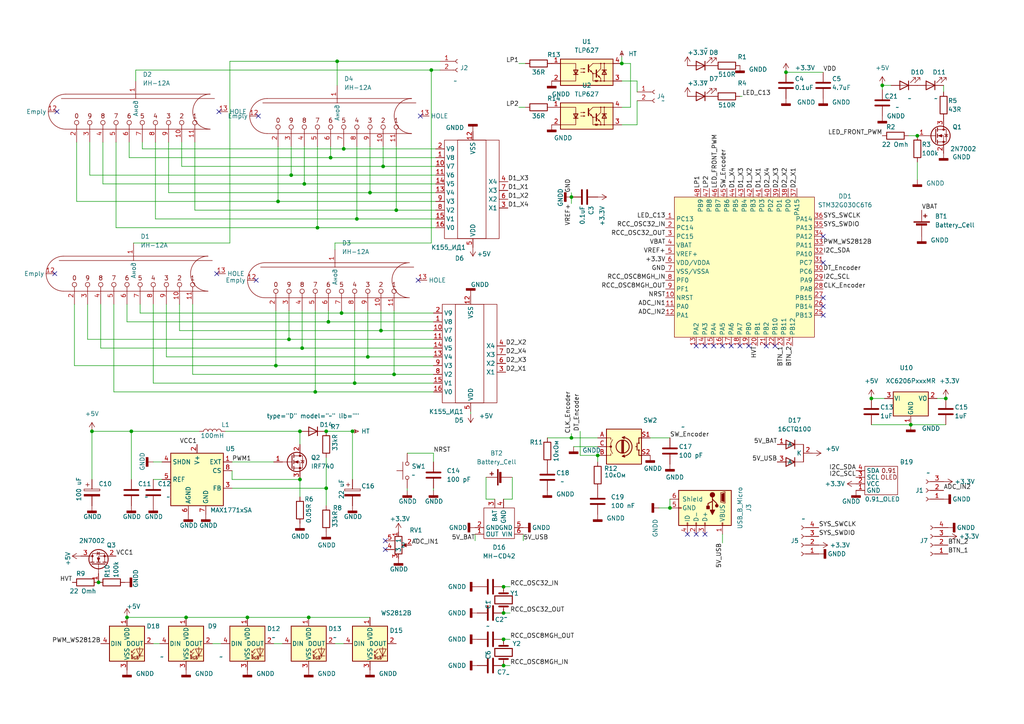
<source format=kicad_sch>
(kicad_sch (version 20211123) (generator eeschema)
  (paper "A4")
  (junction (at 107.315 55.88))
  (junction (at 180.34 18.415))
  (junction (at 97.79 17.78))
  (junction (at 84.455 50.8))
  (junction (at 89.535 179.07))
  (junction (at 102.235 125.095))
  (junction (at 114.935 60.96))
  (junction (at 111.125 48.26))
  (junction (at 102.87 111.125))
  (junction (at 28.575 168.91))
  (junction (at 99.695 43.18))
  (junction (at 103.505 63.5))
  (junction (at 87.63 100.965))
  (junction (at 227.965 20.955))
  (junction (at 99.06 90.805))
  (junction (at 88.265 53.34))
  (junction (at 194.31 147.32))
  (junction (at 86.995 139.065))
  (junction (at 94.615 125.095))
  (junction (at 95.25 93.345))
  (junction (at 125.095 20.32))
  (junction (at 80.645 58.42))
  (junction (at 110.49 95.885))
  (junction (at 95.885 45.72))
  (junction (at 146.05 177.8))
  (junction (at 86.995 125.095))
  (junction (at 173.355 132.08))
  (junction (at 91.44 113.665))
  (junction (at 26.67 125.095))
  (junction (at 264.16 123.19))
  (junction (at 38.1 125.095))
  (junction (at 36.83 179.07))
  (junction (at 94.615 141.605))
  (junction (at 80.01 106.045))
  (junction (at 165.735 127))
  (junction (at 106.68 103.505))
  (junction (at 252.73 115.57))
  (junction (at 83.82 98.425))
  (junction (at 92.075 66.04))
  (junction (at 114.3 108.585))
  (junction (at 146.05 185.42))
  (junction (at 53.975 179.07))
  (junction (at 146.05 170.18))
  (junction (at 165.735 57.15))
  (junction (at 255.905 24.765))
  (junction (at 274.32 115.57))
  (junction (at 266.065 39.37))
  (junction (at 71.755 179.07))
  (junction (at 146.05 193.04))
  (no_connect (at 238.76 76.2))
  (no_connect (at 121.92 33.655))
  (no_connect (at 238.76 88.9))
  (no_connect (at 74.295 81.28))
  (no_connect (at 201.93 100.33))
  (no_connect (at 74.93 33.655))
  (no_connect (at 204.47 154.94))
  (no_connect (at 121.285 81.28))
  (no_connect (at 224.79 100.33))
  (no_connect (at 212.09 100.33))
  (no_connect (at 62.865 79.375))
  (no_connect (at 201.93 154.94))
  (no_connect (at 207.01 100.33))
  (no_connect (at 111.76 159.385))
  (no_connect (at 238.76 91.44))
  (no_connect (at 238.76 68.58))
  (no_connect (at 217.17 100.33))
  (no_connect (at 204.47 100.33))
  (no_connect (at 63.5 32.385))
  (no_connect (at 222.25 100.33))
  (no_connect (at 199.39 154.94))
  (no_connect (at 16.51 32.385))
  (no_connect (at 214.63 100.33))
  (no_connect (at 15.875 79.375))
  (no_connect (at 111.76 156.845))
  (no_connect (at 209.55 100.33))
  (no_connect (at 238.76 86.36))
  (wire (pts (xy 26.67 125.095) (xy 26.67 139.065)))
  (wire (pts (xy 29.21 100.965) (xy 29.21 88.265)))
  (wire (pts (xy 67.31 139.065) (xy 86.995 139.065)))
  (wire (pts (xy 95.885 45.72) (xy 95.885 42.545)))
  (wire (pts (xy 33.655 41.275) (xy 33.655 66.04)))
  (wire (pts (xy 88.265 53.34) (xy 29.845 53.34)))
  (wire (pts (xy 48.895 55.88) (xy 48.895 41.275)))
  (wire (pts (xy 99.06 90.805) (xy 99.06 90.17)))
  (wire (pts (xy 102.87 111.125) (xy 44.45 111.125)))
  (wire (pts (xy 97.155 70.485) (xy 97.155 72.39)))
  (wire (pts (xy 53.975 179.07) (xy 71.755 179.07)))
  (wire (pts (xy 80.645 42.545) (xy 80.645 58.42)))
  (wire (pts (xy 255.905 24.765) (xy 258.445 24.765)))
  (wire (pts (xy 194.31 147.32) (xy 191.135 147.32)))
  (wire (pts (xy 126.365 48.26) (xy 111.125 48.26)))
  (wire (pts (xy 66.675 70.485) (xy 38.735 70.485)))
  (wire (pts (xy 88.265 53.34) (xy 88.265 42.545)))
  (wire (pts (xy 125.73 111.125) (xy 102.87 111.125)))
  (wire (pts (xy 95.885 45.72) (xy 37.465 45.72)))
  (wire (pts (xy 147.955 193.04) (xy 146.05 193.04)))
  (wire (pts (xy 136.525 119.38) (xy 136.525 120.015)))
  (wire (pts (xy 91.44 113.665) (xy 33.02 113.665)))
  (wire (pts (xy 114.935 60.96) (xy 114.935 42.545)))
  (wire (pts (xy 38.1 125.095) (xy 57.785 125.095)))
  (wire (pts (xy 263.525 39.37) (xy 266.065 39.37)))
  (wire (pts (xy 252.73 115.57) (xy 256.54 115.57)))
  (wire (pts (xy 52.705 48.26) (xy 52.705 41.275)))
  (wire (pts (xy 37.465 45.72) (xy 37.465 41.275)))
  (wire (pts (xy 126.365 63.5) (xy 103.505 63.5)))
  (wire (pts (xy 137.795 156.845) (xy 137.795 154.94)))
  (wire (pts (xy 99.695 43.18) (xy 41.275 43.18)))
  (wire (pts (xy 26.035 50.8) (xy 26.035 41.275)))
  (wire (pts (xy 125.73 141.605) (xy 125.73 142.24)))
  (wire (pts (xy 125.73 113.665) (xy 91.44 113.665)))
  (wire (pts (xy 126.365 53.34) (xy 88.265 53.34)))
  (wire (pts (xy 84.455 50.8) (xy 26.035 50.8)))
  (wire (pts (xy 126.365 58.42) (xy 80.645 58.42)))
  (wire (pts (xy 111.125 48.26) (xy 52.705 48.26)))
  (wire (pts (xy 83.82 98.425) (xy 83.82 90.17)))
  (wire (pts (xy 126.365 55.88) (xy 107.315 55.88)))
  (wire (pts (xy 44.45 133.985) (xy 46.99 133.985)))
  (wire (pts (xy 91.44 90.17) (xy 91.44 113.665)))
  (wire (pts (xy 148.59 144.78) (xy 148.59 138.43)))
  (wire (pts (xy 61.595 186.69) (xy 64.135 186.69)))
  (wire (pts (xy 95.25 93.345) (xy 36.83 93.345)))
  (wire (pts (xy 180.34 16.51) (xy 180.34 18.415)))
  (wire (pts (xy 126.365 50.8) (xy 84.455 50.8)))
  (wire (pts (xy 264.16 123.19) (xy 274.32 123.19)))
  (wire (pts (xy 126.365 45.72) (xy 95.885 45.72)))
  (wire (pts (xy 80.01 90.17) (xy 80.01 106.045)))
  (wire (pts (xy 271.78 115.57) (xy 274.32 115.57)))
  (wire (pts (xy 102.87 111.125) (xy 102.87 90.17)))
  (wire (pts (xy 67.31 136.525) (xy 67.31 139.065)))
  (wire (pts (xy 103.505 63.5) (xy 103.505 42.545)))
  (wire (pts (xy 147.955 177.8) (xy 146.05 177.8)))
  (wire (pts (xy 67.31 133.985) (xy 79.375 133.985)))
  (wire (pts (xy 146.05 144.78) (xy 148.59 144.78)))
  (wire (pts (xy 168.275 125.095) (xy 168.275 132.08)))
  (wire (pts (xy 118.11 141.605) (xy 118.11 142.24)))
  (wire (pts (xy 94.615 141.605) (xy 94.615 146.685)))
  (wire (pts (xy 182.88 31.115) (xy 182.88 18.415)))
  (wire (pts (xy 33.02 88.265) (xy 33.02 113.665)))
  (wire (pts (xy 125.73 90.805) (xy 99.06 90.805)))
  (wire (pts (xy 125.73 93.345) (xy 95.25 93.345)))
  (wire (pts (xy 180.34 23.495) (xy 184.785 23.495)))
  (wire (pts (xy 188.595 127) (xy 194.31 127)))
  (wire (pts (xy 26.67 125.095) (xy 38.1 125.095)))
  (wire (pts (xy 182.88 18.415) (xy 180.34 18.415)))
  (wire (pts (xy 114.3 108.585) (xy 55.88 108.585)))
  (wire (pts (xy 44.45 186.69) (xy 46.355 186.69)))
  (wire (pts (xy 22.225 58.42) (xy 22.225 41.275)))
  (wire (pts (xy 41.275 43.18) (xy 41.275 41.275)))
  (wire (pts (xy 106.68 103.505) (xy 106.68 90.17)))
  (wire (pts (xy 39.37 20.32) (xy 39.37 23.495)))
  (wire (pts (xy 125.73 95.885) (xy 110.49 95.885)))
  (wire (pts (xy 48.26 103.505) (xy 48.26 88.265)))
  (wire (pts (xy 165.735 59.055) (xy 165.735 57.15)))
  (wire (pts (xy 36.83 179.07) (xy 53.975 179.07)))
  (wire (pts (xy 71.755 179.07) (xy 89.535 179.07)))
  (wire (pts (xy 165.735 125.73) (xy 165.735 127)))
  (wire (pts (xy 125.095 20.32) (xy 127.635 20.32)))
  (wire (pts (xy 86.995 125.095) (xy 86.995 128.905)))
  (wire (pts (xy 99.695 43.18) (xy 99.695 42.545)))
  (wire (pts (xy 158.75 127) (xy 165.735 127)))
  (wire (pts (xy 84.455 50.8) (xy 84.455 42.545)))
  (wire (pts (xy 184.785 23.495) (xy 184.785 26.67)))
  (wire (pts (xy 147.955 185.42) (xy 146.05 185.42)))
  (wire (pts (xy 152.4 18.415) (xy 150.495 18.415)))
  (wire (pts (xy 52.07 95.885) (xy 52.07 88.265)))
  (wire (pts (xy 38.1 125.095) (xy 38.1 139.065)))
  (wire (pts (xy 56.515 60.96) (xy 56.515 41.275)))
  (wire (pts (xy 125.73 131.445) (xy 118.11 131.445)))
  (wire (pts (xy 44.45 139.065) (xy 46.99 139.065)))
  (wire (pts (xy 80.01 106.045) (xy 21.59 106.045)))
  (wire (pts (xy 94.615 132.715) (xy 94.615 141.605)))
  (wire (pts (xy 45.085 63.5) (xy 45.085 41.275)))
  (wire (pts (xy 125.73 108.585) (xy 114.3 108.585)))
  (wire (pts (xy 107.315 55.88) (xy 48.895 55.88)))
  (wire (pts (xy 89.535 179.07) (xy 107.315 179.07)))
  (wire (pts (xy 125.73 133.985) (xy 125.73 131.445)))
  (wire (pts (xy 87.63 100.965) (xy 29.21 100.965)))
  (wire (pts (xy 255.905 26.035) (xy 255.905 24.765)))
  (wire (pts (xy 111.125 48.26) (xy 111.125 42.545)))
  (wire (pts (xy 125.095 70.485) (xy 97.155 70.485)))
  (wire (pts (xy 39.37 20.32) (xy 125.095 20.32)))
  (wire (pts (xy 125.73 100.965) (xy 87.63 100.965)))
  (wire (pts (xy 110.49 95.885) (xy 110.49 90.17)))
  (wire (pts (xy 126.365 66.04) (xy 92.075 66.04)))
  (wire (pts (xy 114.935 60.96) (xy 56.515 60.96)))
  (wire (pts (xy 151.765 156.845) (xy 151.765 154.94)))
  (wire (pts (xy 166.37 129.54) (xy 173.355 129.54)))
  (wire (pts (xy 126.365 43.18) (xy 99.695 43.18)))
  (wire (pts (xy 87.63 100.965) (xy 87.63 90.17)))
  (wire (pts (xy 92.075 42.545) (xy 92.075 66.04)))
  (wire (pts (xy 97.155 186.69) (xy 99.695 186.69)))
  (wire (pts (xy 114.3 108.585) (xy 114.3 90.17)))
  (wire (pts (xy 95.25 93.345) (xy 95.25 90.17)))
  (wire (pts (xy 83.82 98.425) (xy 25.4 98.425)))
  (wire (pts (xy 29.845 53.34) (xy 29.845 41.275)))
  (wire (pts (xy 273.685 24.765) (xy 273.685 26.67)))
  (wire (pts (xy 65.405 125.095) (xy 86.995 125.095)))
  (wire (pts (xy 86.995 144.145) (xy 86.995 139.065)))
  (wire (pts (xy 184.785 36.195) (xy 180.34 36.195)))
  (wire (pts (xy 125.73 98.425) (xy 83.82 98.425)))
  (wire (pts (xy 36.83 93.345) (xy 36.83 88.265)))
  (wire (pts (xy 97.79 17.78) (xy 66.675 17.78)))
  (wire (pts (xy 252.73 123.19) (xy 264.16 123.19)))
  (wire (pts (xy 21.59 106.045) (xy 21.59 88.265)))
  (wire (pts (xy 125.73 106.045) (xy 80.01 106.045)))
  (wire (pts (xy 126.365 60.96) (xy 114.935 60.96)))
  (wire (pts (xy 215.265 27.94) (xy 214.63 27.94)))
  (wire (pts (xy 152.4 31.115) (xy 150.495 31.115)))
  (wire (pts (xy 180.34 31.115) (xy 182.88 31.115)))
  (wire (pts (xy 94.615 125.095) (xy 102.235 125.095)))
  (wire (pts (xy 227.965 20.955) (xy 238.76 20.955)))
  (wire (pts (xy 107.315 55.88) (xy 107.315 42.545)))
  (wire (pts (xy 106.68 103.505) (xy 48.26 103.505)))
  (wire (pts (xy 209.55 157.48) (xy 209.55 154.94)))
  (wire (pts (xy 102.235 139.065) (xy 102.235 125.095)))
  (wire (pts (xy 194.31 144.78) (xy 194.31 147.32)))
  (wire (pts (xy 140.97 144.78) (xy 143.51 144.78)))
  (wire (pts (xy 173.355 133.985) (xy 173.355 132.08)))
  (wire (pts (xy 80.645 58.42) (xy 22.225 58.42)))
  (wire (pts (xy 110.49 95.885) (xy 52.07 95.885)))
  (wire (pts (xy 44.45 111.125) (xy 44.45 88.265)))
  (wire (pts (xy 147.955 170.18) (xy 146.05 170.18)))
  (wire (pts (xy 66.675 17.78) (xy 66.675 70.485)))
  (wire (pts (xy 165.735 127) (xy 173.355 127)))
  (wire (pts (xy 103.505 63.5) (xy 45.085 63.5)))
  (wire (pts (xy 184.785 29.21) (xy 184.785 36.195)))
  (wire (pts (xy 97.79 17.78) (xy 127.635 17.78)))
  (wire (pts (xy 125.095 20.32) (xy 125.095 70.485)))
  (wire (pts (xy 79.375 186.69) (xy 81.915 186.69)))
  (wire (pts (xy 125.73 103.505) (xy 106.68 103.505)))
  (wire (pts (xy 40.64 90.805) (xy 40.64 88.265)))
  (wire (pts (xy 165.735 55.88) (xy 165.735 57.15)))
  (wire (pts (xy 266.065 46.99) (xy 266.065 52.07)))
  (wire (pts (xy 97.79 17.78) (xy 97.79 24.765)))
  (wire (pts (xy 67.31 141.605) (xy 94.615 141.605)))
  (wire (pts (xy 55.88 108.585) (xy 55.88 88.265)))
  (wire (pts (xy 92.075 66.04) (xy 33.655 66.04)))
  (wire (pts (xy 99.06 90.805) (xy 40.64 90.805)))
  (wire (pts (xy 140.97 138.43) (xy 140.97 144.78)))
  (wire (pts (xy 25.4 98.425) (xy 25.4 88.265)))
  (wire (pts (xy 168.275 132.08) (xy 173.355 132.08)))
  (label "D1_X1" (at 147.32 55.245 0))
  (label "+3.3V" (at 193.04 76.2 180))
  (label "D2_X3" (at 146.685 105.41 0))
  (label "ADC_IN1" (at 193.04 88.9 180))
  (label "LP2" (at 205.74 54.61 90))
  (label "LP1" (at 150.495 18.415 180))
  (label "D1_X1" (at 220.98 54.61 90))
  (label "D2_X2" (at 146.685 100.33 0))
  (label "5V_BAT" (at 225.425 128.905 180))
  (label "LP2" (at 150.495 31.115 180))
  (label "NRST" (at 193.04 86.36 180))
  (label "NRST" (at 125.73 131.445 0))
  (label "SYS_SWCLK" (at 237.49 153.035 0))
  (label "ADC_IN2" (at 193.04 91.44 180))
  (label "SW_Encoder" (at 210.82 54.61 90))
  (label "D2_X4" (at 146.685 102.87 0))
  (label "ADC_IN2" (at 273.685 142.24 0))
  (label "D1_X2" (at 218.44 54.61 90))
  (label "D1_X4" (at 213.36 54.61 90))
  (label "RCC_OSC32_IN" (at 193.04 66.04 180))
  (label "LED_C13" (at 193.04 63.5 180))
  (label "RCC_OSC8MGH_IN" (at 147.955 193.04 0))
  (label "DT_Encoder" (at 238.76 78.74 0))
  (label "PWM1" (at 67.31 133.985 0))
  (label "D1_X2" (at 147.32 57.785 0))
  (label "D1_X3" (at 215.9 54.61 90))
  (label "I2C_SDA" (at 238.76 73.66 0))
  (label "VCC1" (at 33.655 161.29 0))
  (label "D2_X4" (at 223.52 54.61 90))
  (label "RCC_OSC8MGH_IN" (at 193.04 81.28 180))
  (label "I2C_SDA" (at 248.285 136.525 180))
  (label "ADC_IN1" (at 119.38 158.115 0))
  (label "GND" (at 193.04 78.74 180))
  (label "D2_X3" (at 226.06 54.61 90))
  (label "D2_X2" (at 228.6 54.61 90))
  (label "SYS_SWCLK" (at 238.76 63.5 0))
  (label "BTN_1" (at 274.955 160.655 0))
  (label "I2C_SCL" (at 248.285 138.43 180))
  (label "HVT" (at 219.71 100.33 270))
  (label "VBAT" (at 267.335 60.96 0))
  (label "LED_C13" (at 215.265 27.94 0))
  (label "5V_USB" (at 225.425 133.985 180))
  (label "LED_FRONT_PWM" (at 255.905 39.37 180))
  (label "BTN_1" (at 227.33 100.33 270))
  (label "D1_X4" (at 147.32 60.325 0))
  (label "5V_USB" (at 151.765 156.845 0))
  (label "5V_USB" (at 209.55 157.48 270))
  (label "BTN_2" (at 229.87 100.33 270))
  (label "RCC_OSC32_OUT" (at 147.955 177.8 0))
  (label "RCC_OSC8MGH_OUT" (at 147.955 185.42 0))
  (label "HVT" (at 20.955 168.91 180))
  (label "RCC_OSC32_OUT" (at 193.04 68.58 180))
  (label "PWM_WS2812B" (at 238.76 71.12 0))
  (label "GND" (at 165.735 55.88 90))
  (label "I2C_SCL" (at 238.76 81.28 0))
  (label "SW_Encoder" (at 194.31 127 0))
  (label "LED_FRONT_PWM" (at 208.28 54.61 90))
  (label "DT_Encoder" (at 168.275 125.095 90))
  (label "SYS_SWDIO" (at 237.49 155.575 0))
  (label "LP1" (at 203.2 54.61 90))
  (label "VREF+" (at 165.735 59.055 270))
  (label "D2_X1" (at 146.685 107.95 0))
  (label "VCC1" (at 57.15 128.905 180))
  (label "RCC_OSC8MGH_OUT" (at 193.04 83.82 180))
  (label "VREF+" (at 193.04 73.66 180))
  (label "SYS_SWDIO" (at 238.76 66.04 0))
  (label "CLK_Encoder" (at 165.735 125.73 90))
  (label "CLK_Encoder" (at 238.76 83.82 0))
  (label "VDD" (at 238.76 20.955 0))
  (label "D2_X1" (at 231.14 54.61 90))
  (label "D1_X3" (at 147.32 52.705 0))
  (label "BTN_2" (at 274.955 158.115 0))
  (label "5V_BAT" (at 137.795 156.845 180))
  (label "PWM_WS2812B" (at 29.21 186.69 180))
  (label "RCC_OSC32_IN" (at 147.955 170.18 0))
  (label "VBAT" (at 193.04 71.12 180))
  (symbol (lib_id "Device:C") (at 125.73 137.795 0) (unit 1)
    (property "Reference" "C14" (at 129.54 136.5249 0) (effects (justify left)))
    (property "Value" "100 pF" (at 129.54 139.0649 0) (effects (justify left)))
    (property "Footprint" "Capacitor_SMD:C_1206_3216Metric" (effects hide))
  )
  (symbol (lib_id "Device:C") (at 38.1 142.875 0) (unit 1)
    (property "Reference" "C11" (at 40.005 140.335 0) (effects (justify left)))
    (property "Value" "~" (at 41.91 144.1449 0) (effects (justify left)))
    (property "Footprint" "Capacitor_SMD:C_1206_3216Metric" (effects hide))
  )
  (symbol (lib_id "power:+5V") (at 136.525 120.015 180) (unit 1)
    (property "Reference" "#PWR0133" (effects hide))
    (property "Value" "+5V" (at 140.97 120.65 0))
  )
  (symbol (lib_id "power:GNDD") (at 273.685 144.78 90) (unit 1)
    (property "Reference" "#PWR0162" (effects hide))
    (property "Value" "GNDD" (at 276.225 144.78 90) (effects (justify right)))
  )
  (symbol (lib_id "power:GNDD") (at 89.535 194.31 0) (unit 1)
    (property "Reference" "#PWR0154" (effects hide))
    (property "Value" "GNDD" (at 92.075 195.3894 0) (effects (justify left)))
  )
  (symbol (lib_id "Device:R") (at 156.21 18.415 90) (unit 1)
    (property "Reference" "R13" (at 160.655 15.875 90))
    (property "Value" "36R" (at 156.21 20.955 90))
    (property "Footprint" "Resistor_SMD:R_1206_3216Metric" (effects hide))
  )
  (symbol (lib_id "power:GNDD") (at 137.795 153.035 270) (unit 1)
    (property "Reference" "#PWR0158" (effects hide))
    (property "Value" "GNDD" (at 130.175 153.035 90) (effects (justify left)))
  )
  (symbol (lib_id "Switch:SW_Push") (at 118.11 136.525 90) (unit 1)
    (property "Reference" "SW1" (at 119.38 135.2549 90) (effects (justify right)))
    (property "Value" "~" (at 119.38 137.7949 90) (effects (justify right)))
    (property "Footprint" "Button_Switch_SMD:SW_SPST_FSMSM" (effects hide))
  )
  (symbol (lib_id "power:GNDD") (at 71.755 194.31 0) (unit 1)
    (property "Reference" "#PWR0144" (effects hide))
    (property "Value" "GNDD" (at 74.295 195.3894 0) (effects (justify left)))
  )
  (symbol (lib_id "power:GNDD") (at 38.1 146.685 0) (unit 1)
    (property "Reference" "#PWR0149" (effects hide))
    (property "Value" "GNDD" (at 35.56 149.86 0) (effects (justify left)))
  )
  (symbol (lib_id "Isolator:TLP627") (at 170.18 20.955 0) (unit 1)
    (property "Reference" "U1" (at 170.18 12.065 0))
    (property "Value" "TLP627" (at 170.18 14.605 0))
    (property "Footprint" "Package_DIP:DIP-4_W7.62mm" (effects hide))
    (property "Datasheet" "https://toshiba.semicon-storage.com/info/docget.jsp?did=16914&prodName=TLP627" (effects hide))
  )
  (symbol (lib_id "ИН-12А:ИН-12А") (at 40.005 33.655 0) (unit 1)
    (property "Reference" "D2" (at 41.3894 21.59 0) (effects (justify left)))
    (property "Value" "ИН-12А" (at 41.3894 24.13 0) (effects (justify left)))
    (property "Footprint" "ИН12А:ИН12А" (effects hide))
  )
  (symbol (lib_id "power:+3.3V") (at 227.965 20.955 0) (unit 1)
    (property "Reference" "#PWR0107" (effects hide))
    (property "Value" "+3.3V" (at 230.505 19.6849 0) (effects (justify left)))
  )
  (symbol (lib_id "power:+3.3V") (at 199.39 27.94 0) (unit 1)
    (property "Reference" "#PWR0106" (effects hide))
    (property "Value" "+3.3V" (at 199.39 24.13 0) (effects (justify left)))
  )
  (symbol (lib_id "power:GNDD") (at 36.83 194.31 0) (unit 1)
    (property "Reference" "#PWR0153" (effects hide))
    (property "Value" "GNDD" (at 39.37 195.3894 0) (effects (justify left)))
  )
  (symbol (lib_id "Device:C") (at 173.355 145.415 0) (unit 1)
    (property "Reference" "C19" (at 177.165 144.1449 0) (effects (justify left)))
    (property "Value" "100 nF" (at 177.165 146.6849 0) (effects (justify left)))
    (property "Footprint" "Capacitor_SMD:C_1206_3216Metric" (effects hide))
  )
  (symbol (lib_id "power:+3.3V") (at 173.355 57.15 270) (unit 1)
    (property "Reference" "#PWR0102" (effects hide))
    (property "Value" "+3.3V" (at 174.6251 59.69 0) (effects (justify left)))
  )
  (symbol (lib_id "power:GNDD") (at 36.195 168.91 90) (unit 1)
    (property "Reference" "#PWR0164" (effects hide))
    (property "Value" "GNDD" (at 39.37 165.1 0) (effects (justify right)))
  )
  (symbol (lib_id "Connector:Conn_01x02_Female") (at 189.865 26.67 0) (unit 1)
    (property "Reference" "J4" (at 190.5 27.94 0) (effects (justify left)))
    (property "Value" "~" (at 191.77 29.2099 0) (effects (justify left)))
    (property "Footprint" "Connector_PinHeader_2.54mm:PinHeader_1x02_P2.54mm_Vertical" (effects hide))
  )
  (symbol (lib_id "power:GNDD") (at 165.735 57.15 270) (unit 1)
    (property "Reference" "#PWR0123" (effects hide))
    (property "Value" "GNDD" (at 162.56 54.61 0) (effects (justify left)))
  )
  (symbol (lib_id "power:GNDD") (at 118.11 142.24 0) (unit 1)
    (property "Reference" "#PWR0132" (effects hide))
    (property "Value" "GNDD" (at 115.57 145.415 0) (effects (justify left)))
  )
  (symbol (lib_id "Device:RotaryEncoder_Switch") (at 180.975 129.54 0) (unit 1)
    (property "Reference" "SW2" (at 188.595 121.92 0))
    (property "Value" "~" (at 198.12 123.825 0))
    (property "Footprint" "Rotary_Encoder:RotaryEncoder_Alps_EC12E-Switch_Vertical_H20mm" (effects hide))
  )
  (symbol (lib_id "Connector:Conn_01x03_Female") (at 268.605 142.24 180) (unit 1)
    (property "Reference" "J1" (at 266.7 142.24 0))
    (property "Value" "~" (at 269.24 137.16 0))
    (property "Footprint" "Connector_PinSocket_2.54mm:PinSocket_1x03_P2.54mm_Vertical" (effects hide))
  )
  (symbol (lib_id "Connector:Conn_01x02_Female") (at 132.715 17.78 0) (unit 1)
    (property "Reference" "J2" (at 134.62 19.685 0))
    (property "Value" "~" (at 132.08 23.495 0))
    (property "Footprint" "Connector_PinHeader_2.54mm:PinHeader_1x02_P2.54mm_Vertical" (effects hide))
  )
  (symbol (lib_id "Device:R") (at 94.615 128.905 0) (unit 1)
    (property "Reference" "R7" (at 95.885 123.825 0) (effects (justify left)))
    (property "Value" "33kR" (at 97.155 130.81 90) (effects (justify left)))
    (property "Footprint" "Resistor_THT:R_Axial_DIN0309_L9.0mm_D3.2mm_P15.24mm_Horizontal" (effects hide))
  )
  (symbol (lib_id "power:GNDD") (at 44.45 146.685 0) (unit 1)
    (property "Reference" "#PWR0151" (effects hide))
    (property "Value" "GNDD" (at 41.91 149.86 0) (effects (justify left)))
  )
  (symbol (lib_id "Device:Battery_Cell") (at 267.335 66.04 0) (unit 1)
    (property "Reference" "BT1" (at 271.145 62.7379 0) (effects (justify left)))
    (property "Value" "Battery_Cell" (at 271.145 65.2779 0) (effects (justify left)))
    (property "Footprint" "ИН12А:BAT" (effects hide))
  )
  (symbol (lib_id "power:GNDD") (at 138.43 170.18 270) (unit 1)
    (property "Reference" "#PWR0134" (effects hide))
    (property "Value" "GNDD" (at 135.255 170.1799 90) (effects (justify right)))
  )
  (symbol (lib_id "power:+3.3V") (at 274.955 155.575 270) (unit 1)
    (property "Reference" "#PWR0142" (effects hide))
    (property "Value" "+3.3V" (at 278.13 155.575 90) (effects (justify left)))
  )
  (symbol (lib_id "Device:C") (at 169.545 57.15 270) (unit 1)
    (property "Reference" "C3" (at 171.45 59.69 0) (effects (justify left)))
    (property "Value" "0.1uF" (at 168.91 59.69 0) (effects (justify left)))
    (property "Footprint" "Capacitor_SMD:C_1206_3216Metric" (effects hide))
  )
  (symbol (lib_id "power:GNDD") (at 136.525 85.725 180) (unit 1)
    (property "Reference" "#PWR0121" (effects hide))
    (property "Value" "GNDD" (at 136.5251 82.55 0) (effects (justify right)))
  )
  (symbol (lib_id "power:GNDD") (at 53.975 194.31 0) (unit 1)
    (property "Reference" "#PWR0146" (effects hide))
    (property "Value" "GNDD" (at 56.515 195.3894 0) (effects (justify left)))
  )
  (symbol (lib_id "Device:LED") (at 262.255 24.765 180) (unit 1)
    (property "Reference" "D10" (at 266.065 20.955 0))
    (property "Value" "~" (at 263.8425 28.575 0))
    (property "Footprint" "LED_THT:LED_D3.0mm" (effects hide))
  )
  (symbol (lib_id "LED:WS2812B") (at 53.975 186.69 0) (unit 1)
    (property "Reference" "D9" (at 61.595 181.61 0))
    (property "Value" "~" (at 64.135 190.5 0))
    (property "Footprint" "LED_SMD:LED_WS2812B_PLCC4_5.0x5.0mm_P3.2mm" (effects hide))
    (property "Datasheet" "https://cdn-shop.adafruit.com/datasheets/WS2812B.pdf" (effects hide))
  )
  (symbol (lib_id "power:+5V") (at 255.905 24.765 0) (unit 1)
    (property "Reference" "#PWR0135" (effects hide))
    (property "Value" "+5V" (at 255.905 19.685 0))
  )
  (symbol (lib_id "power:GNDD") (at 107.315 194.31 0) (unit 1)
    (property "Reference" "#PWR0140" (effects hide))
    (property "Value" "GNDD" (at 109.855 195.3894 0) (effects (justify left)))
  )
  (symbol (lib_id "Device:C_Polarized") (at 26.67 142.875 0) (unit 1)
    (property "Reference" "C10" (at 28.575 140.335 0) (effects (justify left)))
    (property "Value" "100 uF" (at 22.86 145.415 90) (effects (justify left)))
    (property "Footprint" "Capacitor_THT:CP_Radial_Tantal_D5.0mm_P2.50mm" (effects hide))
  )
  (symbol (lib_id "Device:Crystal") (at 146.05 189.23 270) (unit 1)
    (property "Reference" "Y2" (at 149.86 186.69 90))
    (property "Value" "~" (at 147.32 195.58 90))
    (property "Footprint" "Crystal:Crystal_SMD_HC49-SD" (effects hide))
  )
  (symbol (lib_id "LED:WS2812B") (at 89.535 186.69 0) (unit 1)
    (property "Reference" "D13" (at 97.155 182.3593 0))
    (property "Value" "~" (at 97.155 184.8993 0))
    (property "Footprint" "LED_SMD:LED_WS2812B_PLCC4_5.0x5.0mm_P3.2mm" (effects hide))
    (property "Datasheet" "https://cdn-shop.adafruit.com/datasheets/WS2812B.pdf" (effects hide))
  )
  (symbol (lib_id "power:GNDD") (at 227.965 28.575 0) (unit 1)
    (property "Reference" "#PWR0114" (effects hide))
    (property "Value" "GNDD" (at 231.14 29.6544 0) (effects (justify left)))
  )
  (symbol (lib_id "power:GNDD") (at 151.765 153.035 90) (unit 1)
    (property "Reference" "#PWR0159" (effects hide))
    (property "Value" "GNDD" (at 154.305 153.035 90) (effects (justify right)))
  )
  (symbol (lib_id "power:+3.3V") (at 237.49 158.115 270) (unit 1)
    (property "Reference" "#PWR0155" (effects hide))
    (property "Value" "+3.3V" (at 240.665 158.115 90) (effects (justify left)))
  )
  (symbol (lib_id "Device:C") (at 142.24 185.42 270) (unit 1)
    (property "Reference" "C6" (at 141.605 188.595 0) (effects (justify left)))
    (property "Value" "~" (at 140.9701 189.23 0) (effects (justify left)))
    (property "Footprint" "Capacitor_SMD:C_0805_2012Metric" (effects hide))
  )
  (symbol (lib_id "ИН-12А:MH-CD42") (at 144.78 157.48 0) (unit 1)
    (property "Reference" "D16" (at 144.78 158.75 0))
    (property "Value" "MH-CD42" (at 144.78 161.29 0))
    (property "Footprint" "ИН12А:MH" (effects hide))
  )
  (symbol (lib_id "Device:R") (at 273.685 30.48 0) (unit 1)
    (property "Reference" "R5" (at 274.955 29.21 0) (effects (justify left)))
    (property "Value" "43R" (at 274.955 31.75 0) (effects (justify left)))
    (property "Footprint" "Resistor_SMD:R_1206_3216Metric" (effects hide))
  )
  (symbol (lib_id "LED:WS2812B") (at 107.315 186.69 0) (unit 1)
    (property "Reference" "D15" (at 114.935 182.88 0))
    (property "Value" "WS2812B" (at 114.935 177.8 0))
    (property "Footprint" "LED_SMD:LED_WS2812B_PLCC4_5.0x5.0mm_P3.2mm" (effects hide))
    (property "Datasheet" "https://cdn-shop.adafruit.com/datasheets/WS2812B.pdf" (effects hide))
  )
  (symbol (lib_id "power:+3.3V") (at 199.39 19.05 0) (unit 1)
    (property "Reference" "#PWR0125" (effects hide))
    (property "Value" "+3.3V" (at 199.39 15.24 0) (effects (justify left)))
  )
  (symbol (lib_id "Device:R") (at 156.21 31.115 90) (unit 1)
    (property "Reference" "R14" (at 160.655 28.575 90))
    (property "Value" "36R" (at 156.21 33.655 90))
    (property "Footprint" "Resistor_SMD:R_1206_3216Metric" (effects hide))
  )
  (symbol (lib_id "Device:R") (at 158.75 130.81 180) (unit 1)
    (property "Reference" "R11" (at 155.575 128.27 0))
    (property "Value" "10кОм" (at 161.29 130.81 90))
    (property "Footprint" "Resistor_SMD:R_1206_3216Metric" (effects hide))
  )
  (symbol (lib_id "power:GNDD") (at 255.905 33.655 0) (unit 1)
    (property "Reference" "#PWR0128" (effects hide))
    (property "Value" "GNDD" (at 257.175 33.655 0) (effects (justify left)))
  )
  (symbol (lib_id "Connector:Conn_01x04_Female") (at 269.875 158.115 180) (unit 1)
    (property "Reference" "J7" (at 267.97 156.845 0))
    (property "Value" "~" (at 261.62 133.985 0))
    (property "Footprint" "Connector_PinHeader_2.54mm:PinHeader_1x04_P2.54mm_Vertical" (effects hide))
  )
  (symbol (lib_id "power:GNDD") (at 248.285 142.24 0) (unit 1)
    (property "Reference" "#PWR0160" (effects hide))
    (property "Value" "GNDD" (at 249.555 145.415 0) (effects (justify right)))
  )
  (symbol (lib_id "power:+5V") (at 235.585 131.445 270) (unit 1)
    (property "Reference" "#PWR0109" (effects hide))
    (property "Value" "+5V" (at 239.395 130.175 90) (effects (justify left)))
  )
  (symbol (lib_id "Simulation_SPICE:DIODE") (at 90.805 125.095 0) (unit 1)
    (property "Reference" "D14" (at 94.615 123.19 0))
    (property "Value" "~" (at 90.805 120.65 0))
    (property "Footprint" "Diode_THT:D_DO-41_SOD81_P12.70mm_Horizontal" (effects hide))
    (property "Spice_Netlist_Enabled" "Y" (effects hide))
    (property "Spice_Primitive" "D" (effects hide))
  )
  (symbol (lib_id "power:GNDD") (at 115.57 161.925 0) (unit 1)
    (property "Reference" "#PWR0103" (effects hide))
    (property "Value" "GNDD" (at 113.03 165.1 0) (effects (justify left)))
  )
  (symbol (lib_id "power:GNDD") (at 158.75 142.24 0) (unit 1)
    (property "Reference" "#PWR0141" (effects hide))
    (property "Value" "GNDD" (at 161.29 143.3194 0) (effects (justify left)))
  )
  (symbol (lib_id "power:GNDD") (at 214.63 19.05 0) (unit 1)
    (property "Reference" "#PWR0124" (effects hide))
    (property "Value" "GNDD" (at 217.17 20.1294 0) (effects (justify left)))
  )
  (symbol (lib_id "power:GNDD") (at 94.615 154.305 0) (unit 1)
    (property "Reference" "#PWR0129" (effects hide))
    (property "Value" "GNDD" (at 92.075 158.115 0) (effects (justify left)))
  )
  (symbol (lib_id "Device:R") (at 210.82 19.05 90) (unit 1)
    (property "Reference" "R1" (at 215.265 16.51 90))
    (property "Value" "510R" (at 210.82 21.59 90))
    (property "Footprint" "Resistor_SMD:R_1206_3216Metric" (effects hide))
  )
  (symbol (lib_id "Connector:Conn_01x04_Female") (at 232.41 158.115 180) (unit 1)
    (property "Reference" "J5" (at 230.505 156.845 0))
    (property "Value" "~" (at 233.045 150.495 0))
    (property "Footprint" "Connector_PinHeader_2.54mm:PinHeader_1x04_P2.54mm_Vertical" (effects hide))
  )
  (symbol (lib_id "power:GNDD") (at 237.49 160.655 90) (unit 1)
    (property "Reference" "#PWR0156" (effects hide))
    (property "Value" "GNDD" (at 240.03 160.655 90) (effects (justify right)))
  )
  (symbol (lib_id "Device:C") (at 227.965 24.765 0) (unit 1)
    (property "Reference" "C4" (at 230.505 22.86 0) (effects (justify left)))
    (property "Value" "0.1uF" (at 230.505 25.4 0) (effects (justify left)))
    (property "Footprint" "Capacitor_SMD:C_1206_3216Metric" (effects hide))
  )
  (symbol (lib_id "power:+3.3V") (at 115.57 154.305 0) (unit 1)
    (property "Reference" "#PWR0101" (effects hide))
    (property "Value" "+3.3V" (at 113.03 150.495 0) (effects (justify left)))
  )
  (symbol (lib_id "Device:Crystal") (at 146.05 173.99 270) (unit 1)
    (property "Reference" "Y1" (at 149.225 172.085 90))
    (property "Value" "~" (at 146.685 179.07 90))
    (property "Footprint" "Crystal:Crystal_C26-LF_D2.1mm_L6.5mm_Horizontal" (effects hide))
  )
  (symbol (lib_id "ИН-12А:ИН-12А") (at 98.425 34.925 0) (unit 1)
    (property "Reference" "D4" (at 99.8094 22.86 0) (effects (justify left)))
    (property "Value" "ИН-12А" (at 99.8094 25.4 0) (effects (justify left)))
    (property "Footprint" "ИН12А:ИН12А" (effects hide))
  )
  (symbol (lib_id "power:GNDD") (at 267.335 68.58 0) (unit 1)
    (property "Reference" "#PWR0122" (effects hide))
    (property "Value" "GNDD" (at 269.875 69.6594 0) (effects (justify left)))
  )
  (symbol (lib_id "Device:R") (at 86.995 147.955 180) (unit 1)
    (property "Reference" "R6" (at 88.265 144.78 0) (effects (justify right)))
    (property "Value" "0.05R" (at 89.535 151.765 90) (effects (justify right)))
    (property "Footprint" "Resistor_THT:R_Axial_DIN0309_L9.0mm_D3.2mm_P15.24mm_Horizontal" (effects hide))
  )
  (symbol (lib_id "Device:R") (at 210.82 27.94 90) (unit 1)
    (property "Reference" "R4" (at 215.265 24.13 90))
    (property "Value" "510R" (at 210.82 30.48 90))
    (property "Footprint" "Resistor_SMD:R_1206_3216Metric" (effects hide))
  )
  (symbol (lib_id "ИН-12А:16CTQ100") (at 229.87 130.175 0) (unit 1)
    (property "Reference" "D17" (at 230.4415 121.92 0))
    (property "Value" "16CTQ100" (at 230.4415 124.46 0))
    (property "Footprint" "Package_TO_SOT_SMD:TO-263-2" (effects hide))
  )
  (symbol (lib_id "power:GNDD") (at 273.685 44.45 0) (unit 1)
    (property "Reference" "#PWR0168" (effects hide))
    (property "Value" "GNDD" (at 276.225 45.5294 0) (effects (justify left)))
  )
  (symbol (lib_id "power:GNDD") (at 266.065 52.07 0) (unit 1)
    (property "Reference" "#PWR0127" (effects hide))
    (property "Value" "GNDD" (at 268.605 53.1494 0) (effects (justify left)))
  )
  (symbol (lib_id "power:GNDD") (at 166.37 129.54 0) (unit 1)
    (property "Reference" "#PWR0104" (effects hide))
    (property "Value" "GNDD" (at 168.91 130.6194 0) (effects (justify left)))
  )
  (symbol (lib_id "power:GNDD") (at 191.135 147.32 270) (unit 1)
    (property "Reference" "#PWR0126" (effects hide))
    (property "Value" "GNDD" (at 190.0556 150.495 0) (effects (justify left)))
  )
  (symbol (lib_id "stm32:STM32G030C6T6") (at 210.82 85.09 0) (unit 1)
    (property "Reference" "DD1" (at 245.11 56.9212 0))
    (property "Value" "STM32G030C6T6" (at 245.11 59.4612 0))
    (property "Footprint" "Package_QFP:LQFP-48_7x7mm_P0.5mm" (effects hide))
  )
  (symbol (lib_id "power:+3.3V") (at 274.32 115.57 0) (unit 1)
    (property "Reference" "#PWR0111" (effects hide))
    (property "Value" "+3.3V" (at 272.415 110.49 0) (effects (justify left)))
  )
  (symbol (lib_id "Device:R") (at 266.065 43.18 0) (unit 1)
    (property "Reference" "R3" (at 267.335 41.91 0) (effects (justify left)))
    (property "Value" "100k" (at 267.335 44.45 0) (effects (justify left)))
    (property "Footprint" "Resistor_SMD:R_1206_3216Metric" (effects hide))
  )
  (symbol (lib_id "Isolator:TLP627") (at 170.18 33.655 0) (unit 1)
    (property "Reference" "U2" (at 170.18 24.765 0))
    (property "Value" "TLP627" (at 170.18 27.305 0))
    (property "Footprint" "Package_DIP:DIP-4_W7.62mm" (effects hide))
    (property "Datasheet" "https://toshiba.semicon-storage.com/info/docget.jsp?did=16914&prodName=TLP627" (effects hide))
  )
  (symbol (lib_id "power:HT") (at 180.34 16.51 0) (unit 1)
    (property "Reference" "#PWR0117" (effects hide))
    (property "Value" "HT" (at 182.245 15.6209 0) (effects (justify left)))
  )
  (symbol (lib_id "power:+3.3V") (at 273.685 139.7 270) (unit 1)
    (property "Reference" "#PWR0161" (effects hide))
    (property "Value" "+3.3V" (at 276.86 139.7 90) (effects (justify left)))
  )
  (symbol (lib_id "Device:R") (at 32.385 168.91 90) (unit 1)
    (property "Reference" "R10" (at 31.115 167.64 0) (effects (justify left)))
    (property "Value" "100k" (at 33.655 167.64 0) (effects (justify left)))
    (property "Footprint" "Resistor_SMD:R_1206_3216Metric" (effects hide))
  )
  (symbol (lib_id "power:GNDD") (at 138.43 177.8 270) (unit 1)
    (property "Reference" "#PWR0137" (effects hide))
    (property "Value" "GNDD" (at 135.255 177.7999 90) (effects (justify right)))
  )
  (symbol (lib_id "ИН-12А:ИН-12А") (at 97.79 82.55 0) (unit 1)
    (property "Reference" "D3" (at 99.1744 70.485 0) (effects (justify left)))
    (property "Value" "ИН-12А" (at 99.1744 73.025 0) (effects (justify left)))
    (property "Footprint" "ИН12А:ИН12А" (effects hide))
  )
  (symbol (lib_id "Device:C") (at 238.76 24.765 0) (unit 1)
    (property "Reference" "C5" (at 241.3 22.86 0) (effects (justify left)))
    (property "Value" "4.7uF" (at 241.3 25.4 0) (effects (justify left)))
    (property "Footprint" "Capacitor_SMD:C_1206_3216Metric" (effects hide))
  )
  (symbol (lib_id "Regulator_Linear:XC6206PxxxMR") (at 264.16 115.57 0) (unit 1)
    (property "Reference" "U10" (at 262.89 106.68 0))
    (property "Value" "XC6206PxxxMR" (at 264.16 110.49 0))
    (property "Footprint" "Package_TO_SOT_SMD:SOT-23-3" (effects hide))
    (property "Datasheet" "https://www.torexsemi.com/file/xc6206/XC6206.pdf" (effects hide))
  )
  (symbol (lib_id "Device:C") (at 194.31 130.81 0) (unit 1)
    (property "Reference" "C17" (at 196.85 129.54 0) (effects (justify left)))
    (property "Value" "100 pF" (at 196.85 132.08 0) (effects (justify left)))
    (property "Footprint" "Capacitor_SMD:C_1206_3216Metric" (effects hide))
  )
  (symbol (lib_id "power:GNDD") (at 26.67 146.685 0) (unit 1)
    (property "Reference" "#PWR0150" (effects hide))
    (property "Value" "GNDD" (at 24.13 149.86 0) (effects (justify left)))
  )
  (symbol (lib_id "Device:C") (at 142.24 177.8 270) (unit 1)
    (property "Reference" "C2" (at 143.51 179.705 90) (effects (justify left)))
    (property "Value" "~" (at 140.9701 181.61 90) (effects (justify left)))
    (property "Footprint" "Capacitor_SMD:C_0805_2012Metric" (effects hide))
  )
  (symbol (lib_id "power:+3.3V") (at 248.285 140.335 90) (unit 1)
    (property "Reference" "#PWR0157" (effects hide))
    (property "Value" "+3.3V" (at 245.11 140.335 90) (effects (justify left)))
  )
  (symbol (lib_id "power:GNDD") (at 173.355 149.225 0) (unit 1)
    (property "Reference" "#PWR0108" (effects hide))
    (property "Value" "GNDD" (at 175.895 150.3044 0) (effects (justify left)))
  )
  (symbol (lib_id "power:GNDD") (at 125.73 142.24 0) (unit 1)
    (property "Reference" "#PWR0136" (effects hide))
    (property "Value" "GNDD" (at 123.19 145.415 0) (effects (justify left)))
  )
  (symbol (lib_id "ИН-12А:res") (at 118.745 160.655 0) (unit 1)
    (property "Reference" "RV1" (at 120.65 153.7843 0))
    (property "Value" "~" (at 120.65 156.3243 0))
    (property "Footprint" "ИН12А:res" (effects hide))
  )
  (symbol (lib_id "Connector:USB_B_Micro") (at 204.47 147.32 270) (unit 1)
    (property "Reference" "J3" (at 217.17 147.32 0))
    (property "Value" "USB_B_Micro" (at 214.63 147.32 0))
    (property "Footprint" "Connector_USB:USB_Micro-B_Amphenol_10104110_Horizontal" (effects hide))
  )
  (symbol (lib_id "power:+5V") (at 26.67 125.095 0) (unit 1)
    (property "Reference" "#PWR0115" (effects hide))
    (property "Value" "+5V" (at 26.67 120.015 0))
  )
  (symbol (lib_id "power:GNDD") (at 59.69 149.225 0) (unit 1)
    (property "Reference" "#PWR0152" (effects hide))
    (property "Value" "GNDD" (at 57.785 152.4 0) (effects (justify left)))
  )
  (symbol (lib_id "Device:C") (at 142.24 193.04 270) (unit 1)
    (property "Reference" "C7" (at 144.145 194.945 90) (effects (justify left)))
    (property "Value" "~" (at 111.125 213.995 90) (effects (justify left)))
    (property "Footprint" "Capacitor_SMD:C_0805_2012Metric" (effects hide))
  )
  (symbol (lib_id "Device:C") (at 44.45 142.875 0) (unit 1)
    (property "Reference" "C12" (at 45.72 140.335 0) (effects (justify left)))
    (property "Value" "~" (at 48.26 144.1449 0) (effects (justify left)))
    (property "Footprint" "Capacitor_SMD:C_1206_3216Metric" (effects hide))
  )
  (symbol (lib_id "power:GNDD") (at 138.43 193.04 270) (unit 1)
    (property "Reference" "#PWR0138" (effects hide))
    (property "Value" "GNDD" (at 135.255 193.0399 90) (effects (justify right)))
  )
  (symbol (lib_id "power:GNDD") (at 274.955 153.035 90) (unit 1)
    (property "Reference" "#PWR0120" (effects hide))
    (property "Value" "GNDD" (at 277.495 153.035 90) (effects (justify right)))
  )
  (symbol (lib_id "Device:C_Polarized") (at 102.235 142.875 0) (unit 1)
    (property "Reference" "C16" (at 104.775 140.97 0) (effects (justify left)))
    (property "Value" "22 uF" (at 99.06 144.78 90) (effects (justify left)))
    (property "Footprint" "Capacitor_THT:CP_Radial_D8.0mm_P3.50mm" (effects hide))
  )
  (symbol (lib_id "Device:Battery_Cell") (at 146.05 138.43 90) (unit 1)
    (property "Reference" "BT2" (at 144.018 131.445 90))
    (property "Value" "Battery_Cell" (at 144.018 133.985 90))
    (property "Footprint" "Connector_PinHeader_2.54mm:PinHeader_1x02_P2.54mm_Vertical" (effects hide))
  )
  (symbol (lib_id "LED:WS2812B") (at 36.83 186.69 0) (unit 1)
    (property "Reference" "D18" (at 44.45 181.61 0))
    (property "Value" "~" (at 46.99 190.5 0))
    (property "Footprint" "LED_SMD:LED_WS2812B_PLCC4_5.0x5.0mm_P3.2mm" (effects hide))
    (property "Datasheet" "https://cdn-shop.adafruit.com/datasheets/WS2812B.pdf" (effects hide))
  )
  (symbol (lib_id "Device:R") (at 173.355 137.795 180) (unit 1)
    (property "Reference" "R12" (at 177.165 135.89 0))
    (property "Value" "10кОм" (at 178.435 137.795 0))
    (property "Footprint" "Resistor_SMD:R_1206_3216Metric" (effects hide))
  )
  (symbol (lib_id "Device:C") (at 158.75 138.43 0) (unit 1)
    (property "Reference" "C18" (at 161.29 137.16 0) (effects (justify left)))
    (property "Value" "~" (at 162.56 139.6999 0) (effects (justify left)))
    (property "Footprint" "Capacitor_SMD:C_1206_3216Metric" (effects hide))
  )
  (symbol (lib_id "power:GNDD") (at 86.995 151.765 0) (unit 1)
    (property "Reference" "#PWR0130" (effects hide))
    (property "Value" "GNDD" (at 84.455 155.575 0) (effects (justify left)))
  )
  (symbol (lib_id "Device:C") (at 255.905 29.845 180) (unit 1)
    (property "Reference" "C21" (at 256.54 27.94 0) (effects (justify right)))
    (property "Value" "~" (at 259.715 31.1149 0) (effects (justify right)))
    (property "Footprint" "Capacitor_SMD:C_1206_3216Metric" (effects hide))
  )
  (symbol (lib_id "power:GNDD") (at 102.235 146.685 0) (unit 1)
    (property "Reference" "#PWR0131" (effects hide))
    (property "Value" "GNDD" (at 99.695 149.86 0) (effects (justify left)))
  )
  (symbol (lib_id "power:+5V") (at 137.16 71.755 180) (unit 1)
    (property "Reference" "#PWR0143" (effects hide))
    (property "Value" "+5V" (at 140.335 73.66 0))
  )
  (symbol (lib_id "power:GNDD") (at 160.02 36.195 0) (unit 1)
    (property "Reference" "#PWR0118" (effects hide))
    (property "Value" "GNDD" (at 160.655 40.005 0) (effects (justify left)))
  )
  (symbol (lib_id "power:GNDD") (at 137.16 38.1 180) (unit 1)
    (property "Reference" "#PWR0167" (effects hide))
    (property "Value" "GNDD" (at 134.62 37.0206 0) (effects (justify left)))
  )
  (symbol (lib_id "ИН-12А:ИН-12А") (at 39.37 80.645 0) (unit 1)
    (property "Reference" "D1" (at 40.7544 68.58 0) (effects (justify left)))
    (property "Value" "ИН-12А" (at 40.7544 71.12 0) (effects (justify left)))
    (property "Footprint" "ИН12А:ИН12А" (effects hide))
  )
  (symbol (lib_id "Device:C") (at 142.24 170.18 270) (unit 1)
    (property "Reference" "C1" (at 141.605 173.99 0) (effects (justify left)))
    (property "Value" "~" (at 140.9701 173.99 0) (effects (justify left)))
    (property "Footprint" "Capacitor_SMD:C_0805_2012Metric" (effects hide))
  )
  (symbol (lib_id "power:+5V") (at 36.83 179.07 0) (unit 1)
    (property "Reference" "#PWR0147" (effects hide))
    (property "Value" "+5V" (at 38.735 175.895 0))
  )
  (symbol (lib_id "Device:LED") (at 203.2 19.05 180) (unit 1)
    (property "Reference" "D8" (at 207.01 15.24 0))
    (property "Value" "~" (at 204.7875 13.97 0))
    (property "Footprint" "LED_SMD:LED_0603_1608Metric" (effects hide))
  )
  (symbol (lib_id "Device:R") (at 24.765 168.91 90) (unit 1)
    (property "Reference" "R9" (at 24.765 166.37 90) (effects (justify left)))
    (property "Value" "22 Omh" (at 27.94 171.45 90) (effects (justify left)))
    (property "Footprint" "Resistor_SMD:R_1206_3216Metric" (effects hide))
  )
  (symbol (lib_id "Transistor_FET:2N7002") (at 271.145 39.37 0) (unit 1)
    (property "Reference" "Q1" (at 276.225 36.83 0) (effects (justify left)))
    (property "Value" "2N7002" (at 275.59 43.18 0) (effects (justify left)))
    (property "Footprint" "Package_TO_SOT_SMD:SOT-23" (effects hide))
    (property "Datasheet" "https://www.onsemi.com/pub/Collateral/NDS7002A-D.PDF" (effects hide))
  )
  (symbol (lib_id "Device:R") (at 94.615 150.495 0) (unit 1)
    (property "Reference" "R8" (at 96.52 147.32 0) (effects (justify left)))
    (property "Value" "33kR" (at 97.155 153.035 90) (effects (justify left)))
    (property "Footprint" "Resistor_THT:R_Axial_DIN0309_L9.0mm_D3.2mm_P15.24mm_Horizontal" (effects hide))
  )
  (symbol (lib_id "power:GNDD") (at 238.76 28.575 0) (unit 1)
    (property "Reference" "#PWR0105" (effects hide))
    (property "Value" "GNDD" (at 241.3 29.6544 0) (effects (justify left)))
  )
  (symbol (lib_id "power:GNDD") (at 44.45 133.985 270) (unit 1)
    (property "Reference" "#PWR0148" (effects hide))
    (property "Value" "GNDD" (at 41.275 136.525 0) (effects (justify right)))
  )
  (symbol (lib_id "ИН-12А:0.91_OLED") (at 249.555 148.59 0) (unit 1)
    (property "Reference" "D19" (at 260.985 133.985 0) (effects (justify left)))
    (property "Value" "0.91_OLED" (at 250.825 144.78 0) (effects (justify left)))
    (property "Footprint" "ИН12А:0.91OLED" (effects hide))
  )
  (symbol (lib_id "Device:L") (at 61.595 125.095 90) (unit 1)
    (property "Reference" "L1" (at 65.405 123.19 90))
    (property "Value" "100mH" (at 61.595 126.365 90))
    (property "Footprint" "Inductor_THT:L_Radial_D9.5mm_P5.00mm_Fastron_07HVP" (effects hide))
  )
  (symbol (lib_id "Device:R") (at 259.715 39.37 90) (unit 1)
    (property "Reference" "R2" (at 259.715 36.83 90) (effects (justify left)))
    (property "Value" "22 Omh" (at 263.525 41.91 90) (effects (justify left)))
    (property "Footprint" "Resistor_SMD:R_1206_3216Metric" (effects hide))
  )
  (symbol (lib_id "Device:C") (at 274.32 119.38 0) (unit 1)
    (property "Reference" "C15" (at 276.86 118.11 0) (effects (justify left)))
    (property "Value" "1uF" (at 276.86 120.65 0) (effects (justify left)))
    (property "Footprint" "Capacitor_SMD:C_1206_3216Metric" (effects hide))
  )
  (symbol (lib_id "power:HT") (at 102.235 125.095 270) (unit 1)
    (property "Reference" "#PWR0112" (effects hide))
    (property "Value" "HT" (at 104.775 125.0949 90) (effects (justify left)))
  )
  (symbol (lib_id "LED:WS2812B") (at 71.755 186.69 0) (unit 1)
    (property "Reference" "D12" (at 79.375 182.3593 0))
    (property "Value" "~" (at 79.375 184.8993 0))
    (property "Footprint" "LED_SMD:LED_WS2812B_PLCC4_5.0x5.0mm_P3.2mm" (effects hide))
    (property "Datasheet" "https://cdn-shop.adafruit.com/datasheets/WS2812B.pdf" (effects hide))
  )
  (symbol (lib_id "Transistor_FET:2N7002") (at 28.575 163.83 90) (unit 1)
    (property "Reference" "Q3" (at 33.655 158.115 90) (effects (justify left)))
    (property "Value" "2N7002" (at 30.48 156.845 90) (effects (justify left)))
    (property "Footprint" "Package_TO_SOT_SMD:SOT-23" (effects hide))
    (property "Datasheet" "https://www.onsemi.com/pub/Collateral/NDS7002A-D.PDF" (effects hide))
  )
  (symbol (lib_id "power:GNDD") (at 54.61 149.225 0) (unit 1)
    (property "Reference" "#PWR0163" (effects hide))
    (property "Value" "GNDD" (at 52.07 152.4 0) (effects (justify left)))
  )
  (symbol (lib_id "Device:LED") (at 203.2 27.94 180) (unit 1)
    (property "Reference" "D7" (at 207.01 22.86 0))
    (property "Value" "~" (at 204.7875 23.495 0))
    (property "Footprint" "LED_SMD:LED_0603_1608Metric" (effects hide))
  )
  (symbol (lib_id "Device:C") (at 252.73 119.38 0) (unit 1)
    (property "Reference" "C13" (at 255.27 118.11 0) (effects (justify left)))
    (property "Value" "1uF" (at 255.27 120.65 0) (effects (justify left)))
    (property "Footprint" "Capacitor_SMD:C_1206_3216Metric" (effects hide))
  )
  (symbol (lib_id "power:+5V") (at 252.73 115.57 0) (unit 1)
    (property "Reference" "#PWR0110" (effects hide))
    (property "Value" "+5V" (at 252.73 110.49 0))
  )
  (symbol (lib_id "ИН-12А:К155_ИД1") (at 137.16 102.87 180) (unit 1)
    (property "Reference" "D5" (at 134.5056 121.92 0) (effects (justify left)))
    (property "Value" "К155_ИД1" (at 134.5056 119.38 0) (effects (justify left)))
    (property "Footprint" "ИН12А:К155ИД1" (effects hide))
  )
  (symbol (lib_id "Transistor_FET:IRF740") (at 84.455 133.985 0) (unit 1)
    (property "Reference" "Q2" (at 90.17 132.7149 0) (effects (justify left)))
    (property "Value" "IRF740" (at 90.17 135.2549 0) (effects (justify left)))
    (property "Footprint" "Package_TO_SOT_SMD:TO-263-2" (effects hide))
    (property "Datasheet" "http://www.vishay.com/docs/91054/91054.pdf" (effects hide))
  )
  (symbol (lib_id "Regulator_Switching:MAX1771xSA") (at 57.15 139.065 0) (unit 1)
    (property "Reference" "U5" (at 65.405 130.175 0) (effects (justify left)))
    (property "Value" "MAX1771xSA" (at 60.96 147.955 0) (effects (justify left)))
    (property "Footprint" "Package_SO:SO-8_3.9x4.9mm_P1.27mm" (effects hide))
    (property "Datasheet" "https://datasheets.maximintegrated.com/en/ds/MAX1771.pdf" (effects hide))
  )
  (symbol (lib_id "power:GNDD") (at 194.31 134.62 0) (unit 1)
    (property "Reference" "#PWR0113" (effects hide))
    (property "Value" "GNDD" (at 193.04 138.43 0) (effects (justify left)))
  )
  (symbol (lib_id "power:GNDD") (at 188.595 132.08 0) (unit 1)
    (property "Reference" "#PWR0116" (effects hide))
    (property "Value" "GNDD" (at 186.69 135.89 0) (effects (justify left)))
  )
  (symbol (lib_id "power:+5V") (at 23.495 161.29 90) (unit 1)
    (property "Reference" "#PWR0165" (effects hide))
    (property "Value" "+5V" (at 19.685 160.02 0) (effects (justify right)))
  )
  (symbol (lib_id "power:GNDD") (at 160.02 23.495 0) (unit 1)
    (property "Reference" "#PWR0119" (effects hide))
    (property "Value" "GNDD" (at 160.02 27.305 0) (effects (justify left)))
  )
  (symbol (lib_id "power:GNDD") (at 264.16 123.19 0) (unit 1)
    (property "Reference" "#PWR0145" (effects hide))
    (property "Value" "GNDD" (at 267.335 124.2694 0) (effects (justify left)))
  )
  (symbol (lib_id "ИН-12А:К155_ИД1") (at 137.795 55.245 180) (unit 1)
    (property "Reference" "D6" (at 134.62 74.93 0) (effects (justify left)))
    (property "Value" "К155_ИД1" (at 135.1406 71.755 0) (effects (justify left)))
    (property "Footprint" "ИН12А:К155ИД1" (effects hide))
  )
  (symbol (lib_id "power:GNDD") (at 138.43 185.42 270) (unit 1)
    (property "Reference" "#PWR0139" (effects hide))
    (property "Value" "GNDD" (at 135.255 185.4199 90) (effects (justify right)))
  )
  (symbol (lib_id "Device:LED") (at 269.875 24.765 180) (unit 1)
    (property "Reference" "D11" (at 272.415 20.955 0))
    (property "Value" "~" (at 271.4625 28.575 0))
    (property "Footprint" "LED_THT:LED_D3.0mm" (effects hide))
  )
)
</source>
